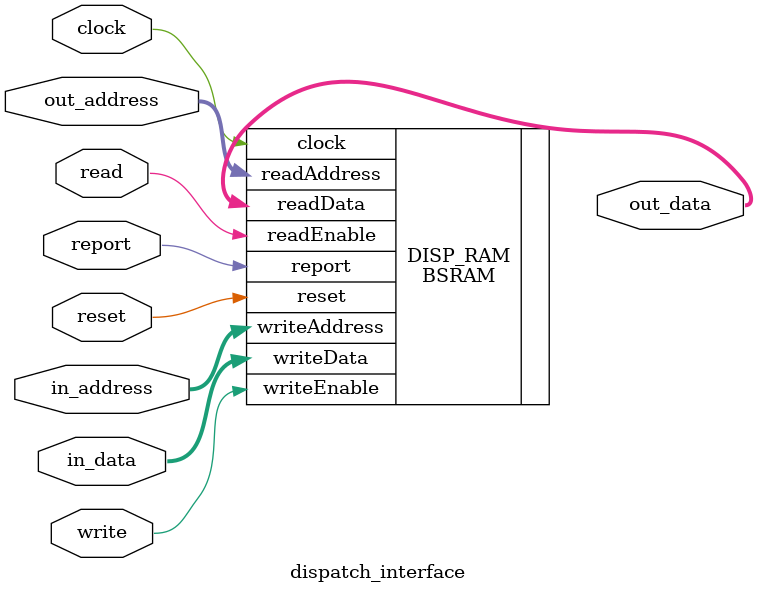
<source format=v>
(* ram_style = "block" *)
module dispatch_interface #(parameter CORE = 0, DATA_WIDTH = 32, INDEX_WIDTH = 8, VALID_BIT = 1)(
  clock,
  reset,
  read,
  write,
  in_address,
  in_data,
  out_address,
  out_data,
  report  
);

input clock;
input reset;

input write;
input[INDEX_WIDTH - 1:0] in_address;
input[DATA_WIDTH - 1:0] in_data;

input read;
input[INDEX_WIDTH - 1:0] out_address;
output[DATA_WIDTH - 1:0] out_data;

input report;

BSRAM #(CORE, DATA_WIDTH, INDEX_WIDTH) DISP_RAM(
  .clock(clock),
  .reset(reset),
  .readEnable(read),
  .readAddress(out_address),
  .readData(out_data),
  
  .writeEnable(write),
  .writeAddress(in_address),
  .writeData(in_data),
  
  .report(report)
);

reg[31:0] cycles;
always @ (posedge clock) begin
  cycles <= reset?  0:cycles + 1;
  if(report)begin
    $display ("------ Core %d Memory Interface - Current Cycle %d --", CORE, cycles); 
          
    $display ("| Input Address     [%h]", in_address);
    $display ("| Output Address    [%h]", out_address);
    $display ("| Read              [%b]", read);
    $display ("| Write             [%b]", write);
    $display ("| Out Data          [%h]", out_data);
    $display ("| In Data           [%h]", in_data);
    $display ("----------------------------------------------------------------------");
  end
end

endmodule
</source>
